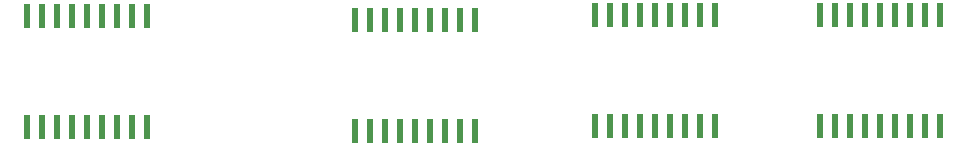
<source format=gbr>
G04 #@! TF.FileFunction,Paste,Bot*
%FSLAX46Y46*%
G04 Gerber Fmt 4.6, Leading zero omitted, Abs format (unit mm)*
G04 Created by KiCad (PCBNEW 4.0.3-stable) date 10/01/17 01:55:27*
%MOMM*%
%LPD*%
G01*
G04 APERTURE LIST*
%ADD10C,0.100000*%
%ADD11R,0.600000X2.000000*%
G04 APERTURE END LIST*
D10*
D11*
X199244268Y-53562284D03*
X197974268Y-53562284D03*
X196704268Y-53562284D03*
X195434268Y-53562284D03*
X194164268Y-53562284D03*
X192894268Y-53562284D03*
X191624268Y-53562284D03*
X190354268Y-53562284D03*
X189084268Y-53562284D03*
X189084268Y-44162284D03*
X190354268Y-44162284D03*
X191624268Y-44162284D03*
X192894268Y-44162284D03*
X194164268Y-44162284D03*
X195434268Y-44162284D03*
X196704268Y-44162284D03*
X197974268Y-44162284D03*
X199244268Y-44162284D03*
X180194268Y-53562284D03*
X178924268Y-53562284D03*
X177654268Y-53562284D03*
X176384268Y-53562284D03*
X175114268Y-53562284D03*
X173844268Y-53562284D03*
X172574268Y-53562284D03*
X171304268Y-53562284D03*
X170034268Y-53562284D03*
X170034268Y-44162284D03*
X171304268Y-44162284D03*
X172574268Y-44162284D03*
X173844268Y-44162284D03*
X175114268Y-44162284D03*
X176384268Y-44162284D03*
X177654268Y-44162284D03*
X178924268Y-44162284D03*
X180194268Y-44162284D03*
X159874268Y-53942284D03*
X158604268Y-53942284D03*
X157334268Y-53942284D03*
X156064268Y-53942284D03*
X154794268Y-53942284D03*
X153524268Y-53942284D03*
X152254268Y-53942284D03*
X150984268Y-53942284D03*
X149714268Y-53942284D03*
X149714268Y-44542284D03*
X150984268Y-44542284D03*
X152254268Y-44542284D03*
X153524268Y-44542284D03*
X154794268Y-44542284D03*
X156064268Y-44542284D03*
X157334268Y-44542284D03*
X158604268Y-44542284D03*
X159874268Y-44542284D03*
X132044168Y-53595000D03*
X130774168Y-53595000D03*
X129504168Y-53595000D03*
X128234168Y-53595000D03*
X126964168Y-53595000D03*
X125694168Y-53595000D03*
X124424168Y-53595000D03*
X123154168Y-53595000D03*
X121884168Y-53595000D03*
X121884168Y-44195000D03*
X123154168Y-44195000D03*
X124424168Y-44195000D03*
X125694168Y-44195000D03*
X126964168Y-44195000D03*
X128234168Y-44195000D03*
X129504168Y-44195000D03*
X130774168Y-44195000D03*
X132044168Y-44195000D03*
M02*

</source>
